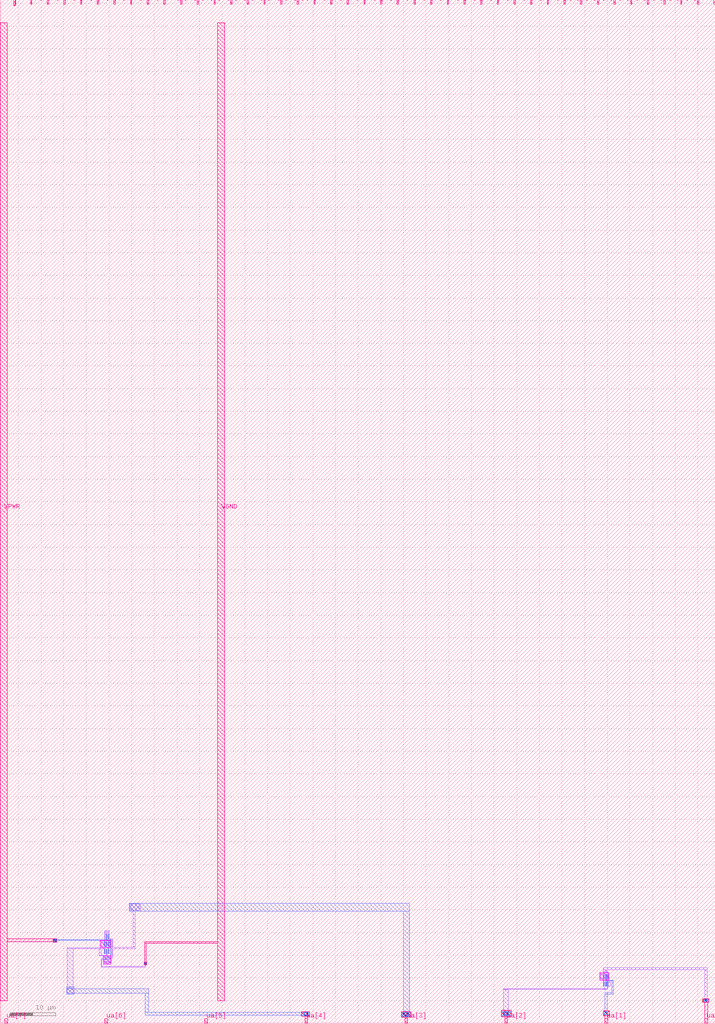
<source format=lef>
MACRO tt_um_aleena
  CLASS BLOCK ;
  FOREIGN tt_um_aleena ;
  ORIGIN -1.000 0.000 ;
  SIZE 157.850 BY 225.770 ;
  PIN clk
    DIRECTION INPUT ;
    USE SIGNAL ;
    PORT
      LAYER met4 ;
        RECT 154.870 224.760 155.170 225.760 ;
    END
  END clk
  PIN ena
    DIRECTION INPUT ;
    USE SIGNAL ;
    PORT
      LAYER met4 ;
        RECT 158.550 224.760 158.850 225.760 ;
    END
  END ena
  PIN rst_n
    DIRECTION INPUT ;
    USE SIGNAL ;
    PORT
      LAYER met4 ;
        RECT 151.190 224.760 151.490 225.760 ;
    END
  END rst_n
  PIN ua[0]
    DIRECTION INOUT ;
    USE SIGNAL ;
    PORT
      LAYER met4 ;
        RECT 156.560 0.000 157.160 1.000 ;
    END
  END ua[0]
  PIN ua[1]
    DIRECTION INOUT ;
    USE SIGNAL ;
    PORT
      LAYER met4 ;
        RECT 134.480 0.000 135.080 1.000 ;
    END
  END ua[1]
  PIN ua[2]
    DIRECTION INOUT ;
    USE SIGNAL ;
    PORT
      LAYER met4 ;
        RECT 112.400 0.000 113.000 1.000 ;
    END
  END ua[2]
  PIN ua[3]
    DIRECTION INOUT ;
    USE SIGNAL ;
    PORT
      LAYER met4 ;
        RECT 90.320 0.000 90.920 1.000 ;
    END
  END ua[3]
  PIN ua[4]
    DIRECTION INOUT ;
    USE SIGNAL ;
    PORT
      LAYER met4 ;
        RECT 68.240 0.000 68.840 1.000 ;
    END
  END ua[4]
  PIN ua[5]
    DIRECTION INOUT ;
    USE SIGNAL ;
    PORT
      LAYER met4 ;
        RECT 46.160 0.000 46.760 1.000 ;
    END
  END ua[5]
  PIN ua[6]
    DIRECTION INOUT ;
    USE SIGNAL ;
    PORT
      LAYER met4 ;
        RECT 24.080 0.000 24.680 1.000 ;
    END
  END ua[6]
  PIN ua[7]
    DIRECTION INOUT ;
    USE SIGNAL ;
    PORT
      LAYER met4 ;
        RECT 2.000 0.000 2.600 1.000 ;
    END
  END ua[7]
  PIN ui_in[0]
    DIRECTION INPUT ;
    USE SIGNAL ;
    PORT
      LAYER met4 ;
        RECT 147.510 224.760 147.810 225.760 ;
    END
  END ui_in[0]
  PIN ui_in[1]
    DIRECTION INPUT ;
    USE SIGNAL ;
    PORT
      LAYER met4 ;
        RECT 143.830 224.760 144.130 225.760 ;
    END
  END ui_in[1]
  PIN ui_in[2]
    DIRECTION INPUT ;
    USE SIGNAL ;
    PORT
      LAYER met4 ;
        RECT 140.150 224.760 140.450 225.760 ;
    END
  END ui_in[2]
  PIN ui_in[3]
    DIRECTION INPUT ;
    USE SIGNAL ;
    PORT
      LAYER met4 ;
        RECT 136.470 224.760 136.770 225.760 ;
    END
  END ui_in[3]
  PIN ui_in[4]
    DIRECTION INPUT ;
    USE SIGNAL ;
    PORT
      LAYER met4 ;
        RECT 132.790 224.760 133.090 225.760 ;
    END
  END ui_in[4]
  PIN ui_in[5]
    DIRECTION INPUT ;
    USE SIGNAL ;
    PORT
      LAYER met4 ;
        RECT 129.110 224.760 129.410 225.760 ;
    END
  END ui_in[5]
  PIN ui_in[6]
    DIRECTION INPUT ;
    USE SIGNAL ;
    PORT
      LAYER met4 ;
        RECT 125.430 224.760 125.730 225.760 ;
    END
  END ui_in[6]
  PIN ui_in[7]
    DIRECTION INPUT ;
    USE SIGNAL ;
    PORT
      LAYER met4 ;
        RECT 121.750 224.760 122.050 225.760 ;
    END
  END ui_in[7]
  PIN uio_in[0]
    DIRECTION INPUT ;
    USE SIGNAL ;
    PORT
      LAYER met4 ;
        RECT 118.070 224.760 118.370 225.760 ;
    END
  END uio_in[0]
  PIN uio_in[1]
    DIRECTION INPUT ;
    USE SIGNAL ;
    PORT
      LAYER met4 ;
        RECT 114.390 224.760 114.690 225.760 ;
    END
  END uio_in[1]
  PIN uio_in[2]
    DIRECTION INPUT ;
    USE SIGNAL ;
    PORT
      LAYER met4 ;
        RECT 110.710 224.760 111.010 225.760 ;
    END
  END uio_in[2]
  PIN uio_in[3]
    DIRECTION INPUT ;
    USE SIGNAL ;
    PORT
      LAYER met4 ;
        RECT 107.030 224.760 107.330 225.760 ;
    END
  END uio_in[3]
  PIN uio_in[4]
    DIRECTION INPUT ;
    USE SIGNAL ;
    PORT
      LAYER met4 ;
        RECT 103.350 224.760 103.650 225.760 ;
    END
  END uio_in[4]
  PIN uio_in[5]
    DIRECTION INPUT ;
    USE SIGNAL ;
    PORT
      LAYER met4 ;
        RECT 99.670 224.760 99.970 225.760 ;
    END
  END uio_in[5]
  PIN uio_in[6]
    DIRECTION INPUT ;
    USE SIGNAL ;
    PORT
      LAYER met4 ;
        RECT 95.990 224.760 96.290 225.760 ;
    END
  END uio_in[6]
  PIN uio_in[7]
    DIRECTION INPUT ;
    USE SIGNAL ;
    PORT
      LAYER met4 ;
        RECT 92.310 224.760 92.610 225.760 ;
    END
  END uio_in[7]
  PIN uio_oe[0]
    DIRECTION OUTPUT TRISTATE ;
    USE SIGNAL ;
    PORT
      LAYER met4 ;
        RECT 29.750 224.760 30.050 225.760 ;
    END
  END uio_oe[0]
  PIN uio_oe[1]
    DIRECTION OUTPUT TRISTATE ;
    USE SIGNAL ;
    PORT
      LAYER met4 ;
        RECT 26.070 224.760 26.370 225.760 ;
    END
  END uio_oe[1]
  PIN uio_oe[2]
    DIRECTION OUTPUT TRISTATE ;
    USE SIGNAL ;
    PORT
      LAYER met4 ;
        RECT 22.390 224.760 22.690 225.760 ;
    END
  END uio_oe[2]
  PIN uio_oe[3]
    DIRECTION OUTPUT TRISTATE ;
    USE SIGNAL ;
    PORT
      LAYER met4 ;
        RECT 18.710 224.760 19.010 225.760 ;
    END
  END uio_oe[3]
  PIN uio_oe[4]
    DIRECTION OUTPUT TRISTATE ;
    USE SIGNAL ;
    PORT
      LAYER met4 ;
        RECT 15.030 224.760 15.330 225.760 ;
    END
  END uio_oe[4]
  PIN uio_oe[5]
    DIRECTION OUTPUT TRISTATE ;
    USE SIGNAL ;
    PORT
      LAYER met4 ;
        RECT 11.350 224.760 11.650 225.760 ;
    END
  END uio_oe[5]
  PIN uio_oe[6]
    DIRECTION OUTPUT TRISTATE ;
    USE SIGNAL ;
    PORT
      LAYER met4 ;
        RECT 7.670 224.760 7.970 225.760 ;
    END
  END uio_oe[6]
  PIN uio_oe[7]
    DIRECTION OUTPUT TRISTATE ;
    USE SIGNAL ;
    PORT
      LAYER met4 ;
        RECT 3.990 224.760 4.290 225.760 ;
    END
  END uio_oe[7]
  PIN uio_out[0]
    DIRECTION OUTPUT TRISTATE ;
    USE SIGNAL ;
    PORT
      LAYER met4 ;
        RECT 59.190 224.760 59.490 225.760 ;
    END
  END uio_out[0]
  PIN uio_out[1]
    DIRECTION OUTPUT TRISTATE ;
    USE SIGNAL ;
    PORT
      LAYER met4 ;
        RECT 55.510 224.760 55.810 225.760 ;
    END
  END uio_out[1]
  PIN uio_out[2]
    DIRECTION OUTPUT TRISTATE ;
    USE SIGNAL ;
    PORT
      LAYER met4 ;
        RECT 51.830 224.760 52.130 225.760 ;
    END
  END uio_out[2]
  PIN uio_out[3]
    DIRECTION OUTPUT TRISTATE ;
    USE SIGNAL ;
    PORT
      LAYER met4 ;
        RECT 48.150 224.760 48.450 225.760 ;
    END
  END uio_out[3]
  PIN uio_out[4]
    DIRECTION OUTPUT TRISTATE ;
    USE SIGNAL ;
    PORT
      LAYER met4 ;
        RECT 44.470 224.760 44.770 225.760 ;
    END
  END uio_out[4]
  PIN uio_out[5]
    DIRECTION OUTPUT TRISTATE ;
    USE SIGNAL ;
    PORT
      LAYER met4 ;
        RECT 40.790 224.760 41.090 225.760 ;
    END
  END uio_out[5]
  PIN uio_out[6]
    DIRECTION OUTPUT TRISTATE ;
    USE SIGNAL ;
    PORT
      LAYER met4 ;
        RECT 37.110 224.760 37.410 225.760 ;
    END
  END uio_out[6]
  PIN uio_out[7]
    DIRECTION OUTPUT TRISTATE ;
    USE SIGNAL ;
    PORT
      LAYER met4 ;
        RECT 33.430 224.760 33.730 225.760 ;
    END
  END uio_out[7]
  PIN uo_out[0]
    DIRECTION OUTPUT TRISTATE ;
    USE SIGNAL ;
    PORT
      LAYER met4 ;
        RECT 88.630 224.760 88.930 225.760 ;
    END
  END uo_out[0]
  PIN uo_out[1]
    DIRECTION OUTPUT TRISTATE ;
    USE SIGNAL ;
    PORT
      LAYER met4 ;
        RECT 84.950 224.760 85.250 225.760 ;
    END
  END uo_out[1]
  PIN uo_out[2]
    DIRECTION OUTPUT TRISTATE ;
    USE SIGNAL ;
    PORT
      LAYER met4 ;
        RECT 81.270 224.760 81.570 225.760 ;
    END
  END uo_out[2]
  PIN uo_out[3]
    DIRECTION OUTPUT TRISTATE ;
    USE SIGNAL ;
    PORT
      LAYER met4 ;
        RECT 77.590 224.760 77.890 225.760 ;
    END
  END uo_out[3]
  PIN uo_out[4]
    DIRECTION OUTPUT TRISTATE ;
    USE SIGNAL ;
    PORT
      LAYER met4 ;
        RECT 73.910 224.760 74.210 225.760 ;
    END
  END uo_out[4]
  PIN uo_out[5]
    DIRECTION OUTPUT TRISTATE ;
    USE SIGNAL ;
    PORT
      LAYER met4 ;
        RECT 70.230 224.760 70.530 225.760 ;
    END
  END uo_out[5]
  PIN uo_out[6]
    DIRECTION OUTPUT TRISTATE ;
    USE SIGNAL ;
    PORT
      LAYER met4 ;
        RECT 66.550 224.760 66.850 225.760 ;
    END
  END uo_out[6]
  PIN uo_out[7]
    DIRECTION OUTPUT TRISTATE ;
    USE SIGNAL ;
    PORT
      LAYER met4 ;
        RECT 62.870 224.760 63.170 225.760 ;
    END
  END uo_out[7]
  PIN VPWR
    DIRECTION INOUT ;
    USE POWER ;
    PORT
      LAYER met4 ;
        RECT 1.000 5.000 2.500 220.760 ;
    END
  END VPWR
  PIN VGND
    DIRECTION INOUT ;
    USE GROUND ;
    PORT
      LAYER met4 ;
        RECT 49.000 5.000 50.500 220.760 ;
    END
  END VGND
  OBS
      LAYER nwell ;
        RECT 23.050 16.690 25.295 18.310 ;
        RECT 23.775 13.020 25.395 14.860 ;
        RECT 133.330 9.520 135.400 11.140 ;
      LAYER li1 ;
        RECT 29.490 24.710 32.020 26.500 ;
        RECT 24.005 20.205 25.055 20.375 ;
        RECT 23.350 18.080 23.655 18.350 ;
        RECT 23.230 16.915 23.665 18.080 ;
        RECT 24.005 16.645 24.175 20.205 ;
        RECT 24.430 19.615 24.625 19.995 ;
        RECT 24.445 18.505 24.615 19.615 ;
        RECT 24.885 18.685 25.055 20.205 ;
        RECT 24.350 18.195 24.650 18.505 ;
        RECT 24.885 18.465 25.850 18.685 ;
        RECT 24.445 16.980 24.615 18.195 ;
        RECT 24.885 16.815 25.055 18.020 ;
        RECT 23.670 16.640 24.175 16.645 ;
        RECT 15.790 16.430 24.175 16.640 ;
        RECT 24.675 16.540 25.055 16.815 ;
        RECT 15.790 8.000 17.090 16.430 ;
        RECT 22.830 15.050 23.265 16.180 ;
        RECT 24.005 15.320 24.175 16.430 ;
        RECT 24.445 15.050 24.615 16.360 ;
        RECT 24.885 15.320 25.055 16.540 ;
        RECT 25.665 16.750 25.850 18.465 ;
        RECT 30.340 16.750 30.730 24.710 ;
        RECT 25.665 16.460 30.730 16.750 ;
        RECT 25.665 16.450 30.700 16.460 ;
        RECT 22.830 14.875 24.615 15.050 ;
        RECT 22.830 14.870 23.795 14.875 ;
        RECT 23.615 14.200 23.795 14.870 ;
        RECT 25.665 14.650 25.850 16.450 ;
        RECT 25.085 14.620 25.850 14.650 ;
        RECT 24.065 14.450 25.850 14.620 ;
        RECT 25.100 14.445 25.850 14.450 ;
        RECT 23.230 14.185 23.795 14.200 ;
        RECT 23.230 14.180 24.085 14.185 ;
        RECT 23.230 14.010 25.105 14.180 ;
        RECT 23.230 14.005 24.085 14.010 ;
        RECT 23.230 12.580 23.410 14.005 ;
        RECT 23.980 13.595 25.145 13.655 ;
        RECT 23.980 13.305 25.350 13.595 ;
        RECT 23.980 13.225 25.145 13.305 ;
        RECT 32.770 12.880 33.320 13.410 ;
        RECT 32.970 12.580 33.140 12.880 ;
        RECT 23.230 12.400 33.140 12.580 ;
        RECT 134.110 11.750 157.130 12.280 ;
        RECT 134.110 11.440 134.530 11.750 ;
        RECT 134.700 11.440 135.040 11.540 ;
        RECT 134.110 11.270 135.040 11.440 ;
        RECT 134.110 10.830 134.280 11.270 ;
        RECT 134.700 11.190 135.040 11.270 ;
        RECT 133.510 9.830 134.280 10.830 ;
        RECT 134.110 8.150 134.280 9.830 ;
        RECT 134.550 9.810 134.720 10.850 ;
        RECT 134.550 8.150 134.720 9.190 ;
        RECT 134.990 9.170 135.160 10.850 ;
        RECT 134.990 8.170 135.660 9.170 ;
        RECT 15.620 6.410 17.330 8.000 ;
        RECT 112.120 7.640 130.480 7.660 ;
        RECT 134.240 7.640 134.590 7.740 ;
        RECT 134.990 7.640 135.160 8.170 ;
        RECT 112.120 7.480 135.160 7.640 ;
        RECT 112.120 7.470 122.990 7.480 ;
        RECT 128.160 7.470 135.160 7.480 ;
        RECT 112.120 7.430 113.200 7.470 ;
        RECT 112.120 2.850 113.190 7.430 ;
        RECT 134.240 7.380 134.590 7.470 ;
        RECT 156.550 5.460 157.130 11.750 ;
        RECT 156.140 4.650 157.460 5.460 ;
        RECT 90.150 2.590 90.990 2.650 ;
        RECT 89.590 1.280 91.650 2.590 ;
        RECT 111.600 1.470 113.850 2.850 ;
      LAYER mcon ;
        RECT 29.750 24.900 31.710 26.320 ;
        RECT 23.410 18.130 23.580 18.300 ;
        RECT 24.445 18.720 24.615 19.600 ;
        RECT 24.885 18.720 25.055 19.600 ;
        RECT 24.440 18.265 24.610 18.435 ;
        RECT 24.005 17.060 24.175 17.940 ;
        RECT 24.445 17.060 24.615 17.940 ;
        RECT 24.885 17.060 25.055 17.940 ;
        RECT 24.005 15.400 24.175 16.280 ;
        RECT 24.445 15.400 24.615 16.280 ;
        RECT 24.885 15.400 25.055 16.280 ;
        RECT 24.145 14.450 25.025 14.620 ;
        RECT 24.145 14.010 25.025 14.180 ;
        RECT 25.160 13.365 25.330 13.535 ;
        RECT 32.890 12.990 33.210 13.330 ;
        RECT 134.110 9.890 134.280 10.770 ;
        RECT 134.550 9.890 134.720 10.770 ;
        RECT 134.990 9.890 135.160 10.770 ;
        RECT 134.110 8.230 134.280 9.110 ;
        RECT 134.550 8.230 134.720 9.110 ;
        RECT 134.990 8.230 135.160 9.110 ;
        RECT 15.810 6.660 17.070 7.830 ;
        RECT 156.530 4.830 157.110 5.320 ;
        RECT 89.890 1.570 91.220 2.360 ;
        RECT 112.120 1.720 113.170 2.570 ;
      LAYER met1 ;
        RECT 29.530 24.720 91.320 26.480 ;
        RECT 24.415 18.660 24.645 19.660 ;
        RECT 24.855 18.660 25.085 19.660 ;
        RECT 12.700 18.440 13.470 18.650 ;
        RECT 24.350 18.440 24.650 18.505 ;
        RECT 12.700 18.420 24.650 18.440 ;
        RECT 12.700 18.290 25.505 18.420 ;
        RECT 12.700 17.900 13.470 18.290 ;
        RECT 23.350 18.270 25.505 18.290 ;
        RECT 23.350 18.070 23.655 18.270 ;
        RECT 24.350 18.250 25.505 18.270 ;
        RECT 24.350 18.195 24.650 18.250 ;
        RECT 23.975 17.000 24.205 18.000 ;
        RECT 24.415 17.000 24.645 18.000 ;
        RECT 24.855 17.000 25.085 18.000 ;
        RECT 23.975 15.340 24.205 16.340 ;
        RECT 24.415 15.340 24.645 16.340 ;
        RECT 24.855 15.340 25.085 16.340 ;
        RECT 24.085 14.420 25.085 14.650 ;
        RECT 24.085 13.980 25.085 14.210 ;
        RECT 25.335 13.595 25.505 18.250 ;
        RECT 25.100 13.305 25.505 13.595 ;
        RECT 32.770 12.880 33.320 13.410 ;
        RECT 15.620 7.650 17.330 8.000 ;
        RECT 15.620 6.640 33.770 7.650 ;
        RECT 15.620 6.410 17.330 6.640 ;
        RECT 32.970 2.410 33.770 6.640 ;
        RECT 89.960 2.590 91.320 24.720 ;
        RECT 134.080 9.830 134.310 10.830 ;
        RECT 134.520 9.480 134.750 10.830 ;
        RECT 134.960 9.830 135.190 10.830 ;
        RECT 134.520 9.340 136.300 9.480 ;
        RECT 134.080 8.170 134.310 9.170 ;
        RECT 134.520 8.170 134.750 9.170 ;
        RECT 134.960 8.170 135.190 9.170 ;
        RECT 136.030 6.690 136.300 9.340 ;
        RECT 134.470 6.350 136.300 6.690 ;
        RECT 32.970 2.400 43.480 2.410 ;
        RECT 67.550 2.400 69.320 2.500 ;
        RECT 32.970 1.720 69.320 2.400 ;
        RECT 43.450 1.710 69.320 1.720 ;
        RECT 67.550 1.500 69.320 1.710 ;
        RECT 89.590 1.280 91.650 2.590 ;
        RECT 111.600 1.470 113.850 2.850 ;
        RECT 134.470 2.800 135.060 6.350 ;
        RECT 156.140 4.650 157.460 5.460 ;
        RECT 134.110 1.700 135.430 2.800 ;
      LAYER via ;
        RECT 12.790 18.010 13.370 18.570 ;
        RECT 32.890 12.990 33.210 13.330 ;
        RECT 68.150 1.690 68.890 2.410 ;
        RECT 89.890 1.570 91.220 2.360 ;
        RECT 156.530 4.830 157.110 5.320 ;
        RECT 112.120 1.720 113.170 2.570 ;
        RECT 134.470 2.010 135.070 2.570 ;
      LAYER met2 ;
        RECT 12.700 17.900 13.470 18.650 ;
        RECT 32.770 12.880 33.320 13.410 ;
        RECT 156.140 4.650 157.460 5.460 ;
        RECT 67.550 1.500 69.320 2.500 ;
        RECT 89.590 1.280 91.650 2.590 ;
        RECT 111.600 1.470 113.850 2.850 ;
        RECT 134.110 1.700 135.430 2.800 ;
      LAYER via2 ;
        RECT 12.790 18.010 13.370 18.570 ;
        RECT 32.890 12.990 33.210 13.330 ;
        RECT 156.530 4.830 157.110 5.320 ;
        RECT 68.150 1.690 68.890 2.410 ;
        RECT 89.890 1.570 91.220 2.360 ;
        RECT 112.120 1.720 113.170 2.570 ;
        RECT 134.470 2.010 135.070 2.570 ;
      LAYER met3 ;
        RECT 12.700 17.900 13.470 18.650 ;
        RECT 32.770 12.880 33.320 13.410 ;
        RECT 156.140 4.650 157.460 5.460 ;
        RECT 67.550 1.500 69.320 2.500 ;
        RECT 89.590 1.280 91.650 2.590 ;
        RECT 111.600 1.470 113.850 2.850 ;
        RECT 134.110 1.700 135.430 2.800 ;
      LAYER via3 ;
        RECT 12.790 18.010 13.370 18.570 ;
        RECT 32.890 12.990 33.210 13.330 ;
        RECT 156.530 4.830 157.110 5.320 ;
        RECT 68.150 1.690 68.890 2.410 ;
        RECT 89.890 1.570 91.220 2.360 ;
        RECT 112.120 1.720 113.170 2.570 ;
        RECT 134.470 2.010 135.070 2.570 ;
      LAYER met4 ;
        RECT 3.950 225.760 4.360 225.770 ;
        RECT 3.950 224.760 3.990 225.760 ;
        RECT 4.290 224.760 4.360 225.760 ;
        RECT 3.950 224.580 4.360 224.760 ;
        RECT 3.950 224.460 4.340 224.580 ;
        RECT 50.500 216.200 50.530 216.710 ;
        RECT 48.990 214.590 49.000 214.970 ;
        RECT 12.700 18.590 13.470 18.650 ;
        RECT 2.500 17.970 13.470 18.590 ;
        RECT 12.700 17.900 13.470 17.970 ;
        RECT 32.900 17.620 49.000 17.930 ;
        RECT 50.500 17.620 50.510 17.930 ;
        RECT 32.900 13.410 33.240 17.620 ;
        RECT 32.770 12.880 33.320 13.410 ;
        RECT 156.150 4.650 157.460 5.450 ;
        RECT 67.550 1.500 69.320 2.500 ;
        RECT 68.240 1.000 68.840 1.500 ;
        RECT 89.590 1.280 91.650 2.590 ;
        RECT 111.600 1.470 113.850 2.850 ;
        RECT 134.110 1.700 135.430 2.800 ;
        RECT 90.320 1.000 90.930 1.280 ;
        RECT 112.400 1.000 113.010 1.470 ;
        RECT 134.480 1.000 135.080 1.700 ;
        RECT 156.560 1.000 157.160 4.650 ;
        RECT 90.920 0.990 90.930 1.000 ;
  END
END tt_um_aleena
END LIBRARY


</source>
